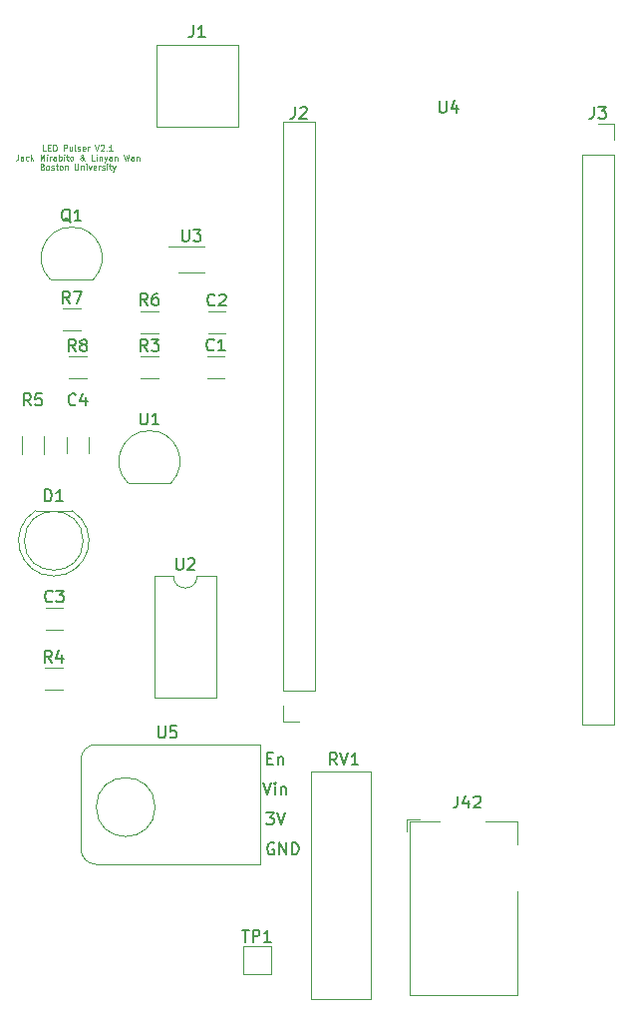
<source format=gbr>
%TF.GenerationSoftware,KiCad,Pcbnew,(6.0.7-1)-1*%
%TF.CreationDate,2022-09-12T11:25:08-04:00*%
%TF.ProjectId,LED_Pulser,4c45445f-5075-46c7-9365-722e6b696361,rev?*%
%TF.SameCoordinates,Original*%
%TF.FileFunction,Legend,Top*%
%TF.FilePolarity,Positive*%
%FSLAX46Y46*%
G04 Gerber Fmt 4.6, Leading zero omitted, Abs format (unit mm)*
G04 Created by KiCad (PCBNEW (6.0.7-1)-1) date 2022-09-12 11:25:08*
%MOMM*%
%LPD*%
G01*
G04 APERTURE LIST*
%ADD10C,0.125000*%
%ADD11C,0.150000*%
%ADD12C,0.120000*%
G04 APERTURE END LIST*
D10*
X88241523Y-87305190D02*
X88003428Y-87305190D01*
X88003428Y-86805190D01*
X88408190Y-87043285D02*
X88574857Y-87043285D01*
X88646285Y-87305190D02*
X88408190Y-87305190D01*
X88408190Y-86805190D01*
X88646285Y-86805190D01*
X88860571Y-87305190D02*
X88860571Y-86805190D01*
X88979619Y-86805190D01*
X89051047Y-86829000D01*
X89098666Y-86876619D01*
X89122476Y-86924238D01*
X89146285Y-87019476D01*
X89146285Y-87090904D01*
X89122476Y-87186142D01*
X89098666Y-87233761D01*
X89051047Y-87281380D01*
X88979619Y-87305190D01*
X88860571Y-87305190D01*
X89741523Y-87305190D02*
X89741523Y-86805190D01*
X89932000Y-86805190D01*
X89979619Y-86829000D01*
X90003428Y-86852809D01*
X90027238Y-86900428D01*
X90027238Y-86971857D01*
X90003428Y-87019476D01*
X89979619Y-87043285D01*
X89932000Y-87067095D01*
X89741523Y-87067095D01*
X90455809Y-86971857D02*
X90455809Y-87305190D01*
X90241523Y-86971857D02*
X90241523Y-87233761D01*
X90265333Y-87281380D01*
X90312952Y-87305190D01*
X90384380Y-87305190D01*
X90432000Y-87281380D01*
X90455809Y-87257571D01*
X90765333Y-87305190D02*
X90717714Y-87281380D01*
X90693904Y-87233761D01*
X90693904Y-86805190D01*
X90932000Y-87281380D02*
X90979619Y-87305190D01*
X91074857Y-87305190D01*
X91122476Y-87281380D01*
X91146285Y-87233761D01*
X91146285Y-87209952D01*
X91122476Y-87162333D01*
X91074857Y-87138523D01*
X91003428Y-87138523D01*
X90955809Y-87114714D01*
X90932000Y-87067095D01*
X90932000Y-87043285D01*
X90955809Y-86995666D01*
X91003428Y-86971857D01*
X91074857Y-86971857D01*
X91122476Y-86995666D01*
X91551047Y-87281380D02*
X91503428Y-87305190D01*
X91408190Y-87305190D01*
X91360571Y-87281380D01*
X91336761Y-87233761D01*
X91336761Y-87043285D01*
X91360571Y-86995666D01*
X91408190Y-86971857D01*
X91503428Y-86971857D01*
X91551047Y-86995666D01*
X91574857Y-87043285D01*
X91574857Y-87090904D01*
X91336761Y-87138523D01*
X91789142Y-87305190D02*
X91789142Y-86971857D01*
X91789142Y-87067095D02*
X91812952Y-87019476D01*
X91836761Y-86995666D01*
X91884380Y-86971857D01*
X91932000Y-86971857D01*
X92408190Y-86805190D02*
X92574857Y-87305190D01*
X92741523Y-86805190D01*
X92884380Y-86852809D02*
X92908190Y-86829000D01*
X92955809Y-86805190D01*
X93074857Y-86805190D01*
X93122476Y-86829000D01*
X93146285Y-86852809D01*
X93170095Y-86900428D01*
X93170095Y-86948047D01*
X93146285Y-87019476D01*
X92860571Y-87305190D01*
X93170095Y-87305190D01*
X93384380Y-87257571D02*
X93408190Y-87281380D01*
X93384380Y-87305190D01*
X93360571Y-87281380D01*
X93384380Y-87257571D01*
X93384380Y-87305190D01*
X93884380Y-87305190D02*
X93598666Y-87305190D01*
X93741523Y-87305190D02*
X93741523Y-86805190D01*
X93693904Y-86876619D01*
X93646285Y-86924238D01*
X93598666Y-86948047D01*
X85860571Y-87610190D02*
X85860571Y-87967333D01*
X85836761Y-88038761D01*
X85789142Y-88086380D01*
X85717714Y-88110190D01*
X85670095Y-88110190D01*
X86312952Y-88110190D02*
X86312952Y-87848285D01*
X86289142Y-87800666D01*
X86241523Y-87776857D01*
X86146285Y-87776857D01*
X86098666Y-87800666D01*
X86312952Y-88086380D02*
X86265333Y-88110190D01*
X86146285Y-88110190D01*
X86098666Y-88086380D01*
X86074857Y-88038761D01*
X86074857Y-87991142D01*
X86098666Y-87943523D01*
X86146285Y-87919714D01*
X86265333Y-87919714D01*
X86312952Y-87895904D01*
X86765333Y-88086380D02*
X86717714Y-88110190D01*
X86622476Y-88110190D01*
X86574857Y-88086380D01*
X86551047Y-88062571D01*
X86527238Y-88014952D01*
X86527238Y-87872095D01*
X86551047Y-87824476D01*
X86574857Y-87800666D01*
X86622476Y-87776857D01*
X86717714Y-87776857D01*
X86765333Y-87800666D01*
X86979619Y-88110190D02*
X86979619Y-87610190D01*
X87027238Y-87919714D02*
X87170095Y-88110190D01*
X87170095Y-87776857D02*
X86979619Y-87967333D01*
X87765333Y-88110190D02*
X87765333Y-87610190D01*
X87932000Y-87967333D01*
X88098666Y-87610190D01*
X88098666Y-88110190D01*
X88336761Y-88110190D02*
X88336761Y-87776857D01*
X88336761Y-87610190D02*
X88312952Y-87634000D01*
X88336761Y-87657809D01*
X88360571Y-87634000D01*
X88336761Y-87610190D01*
X88336761Y-87657809D01*
X88574857Y-88110190D02*
X88574857Y-87776857D01*
X88574857Y-87872095D02*
X88598666Y-87824476D01*
X88622476Y-87800666D01*
X88670095Y-87776857D01*
X88717714Y-87776857D01*
X89098666Y-88110190D02*
X89098666Y-87848285D01*
X89074857Y-87800666D01*
X89027238Y-87776857D01*
X88932000Y-87776857D01*
X88884380Y-87800666D01*
X89098666Y-88086380D02*
X89051047Y-88110190D01*
X88932000Y-88110190D01*
X88884380Y-88086380D01*
X88860571Y-88038761D01*
X88860571Y-87991142D01*
X88884380Y-87943523D01*
X88932000Y-87919714D01*
X89051047Y-87919714D01*
X89098666Y-87895904D01*
X89336761Y-88110190D02*
X89336761Y-87610190D01*
X89336761Y-87800666D02*
X89384380Y-87776857D01*
X89479619Y-87776857D01*
X89527238Y-87800666D01*
X89551047Y-87824476D01*
X89574857Y-87872095D01*
X89574857Y-88014952D01*
X89551047Y-88062571D01*
X89527238Y-88086380D01*
X89479619Y-88110190D01*
X89384380Y-88110190D01*
X89336761Y-88086380D01*
X89789142Y-88110190D02*
X89789142Y-87776857D01*
X89789142Y-87610190D02*
X89765333Y-87634000D01*
X89789142Y-87657809D01*
X89812952Y-87634000D01*
X89789142Y-87610190D01*
X89789142Y-87657809D01*
X89955809Y-87776857D02*
X90146285Y-87776857D01*
X90027238Y-87610190D02*
X90027238Y-88038761D01*
X90051047Y-88086380D01*
X90098666Y-88110190D01*
X90146285Y-88110190D01*
X90384380Y-88110190D02*
X90336761Y-88086380D01*
X90312952Y-88062571D01*
X90289142Y-88014952D01*
X90289142Y-87872095D01*
X90312952Y-87824476D01*
X90336761Y-87800666D01*
X90384380Y-87776857D01*
X90455809Y-87776857D01*
X90503428Y-87800666D01*
X90527238Y-87824476D01*
X90551047Y-87872095D01*
X90551047Y-88014952D01*
X90527238Y-88062571D01*
X90503428Y-88086380D01*
X90455809Y-88110190D01*
X90384380Y-88110190D01*
X91551047Y-88110190D02*
X91527238Y-88110190D01*
X91479619Y-88086380D01*
X91408190Y-88014952D01*
X91289142Y-87872095D01*
X91241523Y-87800666D01*
X91217714Y-87729238D01*
X91217714Y-87681619D01*
X91241523Y-87634000D01*
X91289142Y-87610190D01*
X91312952Y-87610190D01*
X91360571Y-87634000D01*
X91384380Y-87681619D01*
X91384380Y-87705428D01*
X91360571Y-87753047D01*
X91336761Y-87776857D01*
X91193904Y-87872095D01*
X91170095Y-87895904D01*
X91146285Y-87943523D01*
X91146285Y-88014952D01*
X91170095Y-88062571D01*
X91193904Y-88086380D01*
X91241523Y-88110190D01*
X91312952Y-88110190D01*
X91360571Y-88086380D01*
X91384380Y-88062571D01*
X91455809Y-87967333D01*
X91479619Y-87895904D01*
X91479619Y-87848285D01*
X92384380Y-88110190D02*
X92146285Y-88110190D01*
X92146285Y-87610190D01*
X92551047Y-88110190D02*
X92551047Y-87776857D01*
X92551047Y-87610190D02*
X92527238Y-87634000D01*
X92551047Y-87657809D01*
X92574857Y-87634000D01*
X92551047Y-87610190D01*
X92551047Y-87657809D01*
X92789142Y-87776857D02*
X92789142Y-88110190D01*
X92789142Y-87824476D02*
X92812952Y-87800666D01*
X92860571Y-87776857D01*
X92932000Y-87776857D01*
X92979619Y-87800666D01*
X93003428Y-87848285D01*
X93003428Y-88110190D01*
X93193904Y-87776857D02*
X93312952Y-88110190D01*
X93432000Y-87776857D02*
X93312952Y-88110190D01*
X93265333Y-88229238D01*
X93241523Y-88253047D01*
X93193904Y-88276857D01*
X93836761Y-88110190D02*
X93836761Y-87848285D01*
X93812952Y-87800666D01*
X93765333Y-87776857D01*
X93670095Y-87776857D01*
X93622476Y-87800666D01*
X93836761Y-88086380D02*
X93789142Y-88110190D01*
X93670095Y-88110190D01*
X93622476Y-88086380D01*
X93598666Y-88038761D01*
X93598666Y-87991142D01*
X93622476Y-87943523D01*
X93670095Y-87919714D01*
X93789142Y-87919714D01*
X93836761Y-87895904D01*
X94074857Y-87776857D02*
X94074857Y-88110190D01*
X94074857Y-87824476D02*
X94098666Y-87800666D01*
X94146285Y-87776857D01*
X94217714Y-87776857D01*
X94265333Y-87800666D01*
X94289142Y-87848285D01*
X94289142Y-88110190D01*
X94860571Y-87610190D02*
X94979619Y-88110190D01*
X95074857Y-87753047D01*
X95170095Y-88110190D01*
X95289142Y-87610190D01*
X95693904Y-88110190D02*
X95693904Y-87848285D01*
X95670095Y-87800666D01*
X95622476Y-87776857D01*
X95527238Y-87776857D01*
X95479619Y-87800666D01*
X95693904Y-88086380D02*
X95646285Y-88110190D01*
X95527238Y-88110190D01*
X95479619Y-88086380D01*
X95455809Y-88038761D01*
X95455809Y-87991142D01*
X95479619Y-87943523D01*
X95527238Y-87919714D01*
X95646285Y-87919714D01*
X95693904Y-87895904D01*
X95932000Y-87776857D02*
X95932000Y-88110190D01*
X95932000Y-87824476D02*
X95955809Y-87800666D01*
X96003428Y-87776857D01*
X96074857Y-87776857D01*
X96122476Y-87800666D01*
X96146285Y-87848285D01*
X96146285Y-88110190D01*
X87932000Y-88653285D02*
X88003428Y-88677095D01*
X88027238Y-88700904D01*
X88051047Y-88748523D01*
X88051047Y-88819952D01*
X88027238Y-88867571D01*
X88003428Y-88891380D01*
X87955809Y-88915190D01*
X87765333Y-88915190D01*
X87765333Y-88415190D01*
X87932000Y-88415190D01*
X87979619Y-88439000D01*
X88003428Y-88462809D01*
X88027238Y-88510428D01*
X88027238Y-88558047D01*
X88003428Y-88605666D01*
X87979619Y-88629476D01*
X87932000Y-88653285D01*
X87765333Y-88653285D01*
X88336761Y-88915190D02*
X88289142Y-88891380D01*
X88265333Y-88867571D01*
X88241523Y-88819952D01*
X88241523Y-88677095D01*
X88265333Y-88629476D01*
X88289142Y-88605666D01*
X88336761Y-88581857D01*
X88408190Y-88581857D01*
X88455809Y-88605666D01*
X88479619Y-88629476D01*
X88503428Y-88677095D01*
X88503428Y-88819952D01*
X88479619Y-88867571D01*
X88455809Y-88891380D01*
X88408190Y-88915190D01*
X88336761Y-88915190D01*
X88693904Y-88891380D02*
X88741523Y-88915190D01*
X88836761Y-88915190D01*
X88884380Y-88891380D01*
X88908190Y-88843761D01*
X88908190Y-88819952D01*
X88884380Y-88772333D01*
X88836761Y-88748523D01*
X88765333Y-88748523D01*
X88717714Y-88724714D01*
X88693904Y-88677095D01*
X88693904Y-88653285D01*
X88717714Y-88605666D01*
X88765333Y-88581857D01*
X88836761Y-88581857D01*
X88884380Y-88605666D01*
X89051047Y-88581857D02*
X89241523Y-88581857D01*
X89122476Y-88415190D02*
X89122476Y-88843761D01*
X89146285Y-88891380D01*
X89193904Y-88915190D01*
X89241523Y-88915190D01*
X89479619Y-88915190D02*
X89432000Y-88891380D01*
X89408190Y-88867571D01*
X89384380Y-88819952D01*
X89384380Y-88677095D01*
X89408190Y-88629476D01*
X89432000Y-88605666D01*
X89479619Y-88581857D01*
X89551047Y-88581857D01*
X89598666Y-88605666D01*
X89622476Y-88629476D01*
X89646285Y-88677095D01*
X89646285Y-88819952D01*
X89622476Y-88867571D01*
X89598666Y-88891380D01*
X89551047Y-88915190D01*
X89479619Y-88915190D01*
X89860571Y-88581857D02*
X89860571Y-88915190D01*
X89860571Y-88629476D02*
X89884380Y-88605666D01*
X89932000Y-88581857D01*
X90003428Y-88581857D01*
X90051047Y-88605666D01*
X90074857Y-88653285D01*
X90074857Y-88915190D01*
X90693904Y-88415190D02*
X90693904Y-88819952D01*
X90717714Y-88867571D01*
X90741523Y-88891380D01*
X90789142Y-88915190D01*
X90884380Y-88915190D01*
X90932000Y-88891380D01*
X90955809Y-88867571D01*
X90979619Y-88819952D01*
X90979619Y-88415190D01*
X91217714Y-88581857D02*
X91217714Y-88915190D01*
X91217714Y-88629476D02*
X91241523Y-88605666D01*
X91289142Y-88581857D01*
X91360571Y-88581857D01*
X91408190Y-88605666D01*
X91432000Y-88653285D01*
X91432000Y-88915190D01*
X91670095Y-88915190D02*
X91670095Y-88581857D01*
X91670095Y-88415190D02*
X91646285Y-88439000D01*
X91670095Y-88462809D01*
X91693904Y-88439000D01*
X91670095Y-88415190D01*
X91670095Y-88462809D01*
X91860571Y-88581857D02*
X91979619Y-88915190D01*
X92098666Y-88581857D01*
X92479619Y-88891380D02*
X92432000Y-88915190D01*
X92336761Y-88915190D01*
X92289142Y-88891380D01*
X92265333Y-88843761D01*
X92265333Y-88653285D01*
X92289142Y-88605666D01*
X92336761Y-88581857D01*
X92432000Y-88581857D01*
X92479619Y-88605666D01*
X92503428Y-88653285D01*
X92503428Y-88700904D01*
X92265333Y-88748523D01*
X92717714Y-88915190D02*
X92717714Y-88581857D01*
X92717714Y-88677095D02*
X92741523Y-88629476D01*
X92765333Y-88605666D01*
X92812952Y-88581857D01*
X92860571Y-88581857D01*
X93003428Y-88891380D02*
X93051047Y-88915190D01*
X93146285Y-88915190D01*
X93193904Y-88891380D01*
X93217714Y-88843761D01*
X93217714Y-88819952D01*
X93193904Y-88772333D01*
X93146285Y-88748523D01*
X93074857Y-88748523D01*
X93027238Y-88724714D01*
X93003428Y-88677095D01*
X93003428Y-88653285D01*
X93027238Y-88605666D01*
X93074857Y-88581857D01*
X93146285Y-88581857D01*
X93193904Y-88605666D01*
X93432000Y-88915190D02*
X93432000Y-88581857D01*
X93432000Y-88415190D02*
X93408190Y-88439000D01*
X93432000Y-88462809D01*
X93455809Y-88439000D01*
X93432000Y-88415190D01*
X93432000Y-88462809D01*
X93598666Y-88581857D02*
X93789142Y-88581857D01*
X93670095Y-88415190D02*
X93670095Y-88843761D01*
X93693904Y-88891380D01*
X93741523Y-88915190D01*
X93789142Y-88915190D01*
X93908190Y-88581857D02*
X94027238Y-88915190D01*
X94146285Y-88581857D02*
X94027238Y-88915190D01*
X93979619Y-89034238D01*
X93955809Y-89058047D01*
X93908190Y-89081857D01*
D11*
%TO.C,R5*%
X86955333Y-108910380D02*
X86622000Y-108434190D01*
X86383904Y-108910380D02*
X86383904Y-107910380D01*
X86764857Y-107910380D01*
X86860095Y-107958000D01*
X86907714Y-108005619D01*
X86955333Y-108100857D01*
X86955333Y-108243714D01*
X86907714Y-108338952D01*
X86860095Y-108386571D01*
X86764857Y-108434190D01*
X86383904Y-108434190D01*
X87860095Y-107910380D02*
X87383904Y-107910380D01*
X87336285Y-108386571D01*
X87383904Y-108338952D01*
X87479142Y-108291333D01*
X87717238Y-108291333D01*
X87812476Y-108338952D01*
X87860095Y-108386571D01*
X87907714Y-108481809D01*
X87907714Y-108719904D01*
X87860095Y-108815142D01*
X87812476Y-108862761D01*
X87717238Y-108910380D01*
X87479142Y-108910380D01*
X87383904Y-108862761D01*
X87336285Y-108815142D01*
%TO.C,R6*%
X96861333Y-100401380D02*
X96528000Y-99925190D01*
X96289904Y-100401380D02*
X96289904Y-99401380D01*
X96670857Y-99401380D01*
X96766095Y-99449000D01*
X96813714Y-99496619D01*
X96861333Y-99591857D01*
X96861333Y-99734714D01*
X96813714Y-99829952D01*
X96766095Y-99877571D01*
X96670857Y-99925190D01*
X96289904Y-99925190D01*
X97718476Y-99401380D02*
X97528000Y-99401380D01*
X97432761Y-99449000D01*
X97385142Y-99496619D01*
X97289904Y-99639476D01*
X97242285Y-99829952D01*
X97242285Y-100210904D01*
X97289904Y-100306142D01*
X97337523Y-100353761D01*
X97432761Y-100401380D01*
X97623238Y-100401380D01*
X97718476Y-100353761D01*
X97766095Y-100306142D01*
X97813714Y-100210904D01*
X97813714Y-99972809D01*
X97766095Y-99877571D01*
X97718476Y-99829952D01*
X97623238Y-99782333D01*
X97432761Y-99782333D01*
X97337523Y-99829952D01*
X97289904Y-99877571D01*
X97242285Y-99972809D01*
%TO.C,D1*%
X88161904Y-117038380D02*
X88161904Y-116038380D01*
X88400000Y-116038380D01*
X88542857Y-116086000D01*
X88638095Y-116181238D01*
X88685714Y-116276476D01*
X88733333Y-116466952D01*
X88733333Y-116609809D01*
X88685714Y-116800285D01*
X88638095Y-116895523D01*
X88542857Y-116990761D01*
X88400000Y-117038380D01*
X88161904Y-117038380D01*
X89685714Y-117038380D02*
X89114285Y-117038380D01*
X89400000Y-117038380D02*
X89400000Y-116038380D01*
X89304761Y-116181238D01*
X89209523Y-116276476D01*
X89114285Y-116324095D01*
%TO.C,J2*%
X109394666Y-83570380D02*
X109394666Y-84284666D01*
X109347047Y-84427523D01*
X109251809Y-84522761D01*
X109108952Y-84570380D01*
X109013714Y-84570380D01*
X109823238Y-83665619D02*
X109870857Y-83618000D01*
X109966095Y-83570380D01*
X110204190Y-83570380D01*
X110299428Y-83618000D01*
X110347047Y-83665619D01*
X110394666Y-83760857D01*
X110394666Y-83856095D01*
X110347047Y-83998952D01*
X109775619Y-84570380D01*
X110394666Y-84570380D01*
%TO.C,U4*%
X121666095Y-83062380D02*
X121666095Y-83871904D01*
X121713714Y-83967142D01*
X121761333Y-84014761D01*
X121856571Y-84062380D01*
X122047047Y-84062380D01*
X122142285Y-84014761D01*
X122189904Y-83967142D01*
X122237523Y-83871904D01*
X122237523Y-83062380D01*
X123142285Y-83395714D02*
X123142285Y-84062380D01*
X122904190Y-83014761D02*
X122666095Y-83729047D01*
X123285142Y-83729047D01*
%TO.C,C3*%
X88782333Y-125507142D02*
X88734714Y-125554761D01*
X88591857Y-125602380D01*
X88496619Y-125602380D01*
X88353761Y-125554761D01*
X88258523Y-125459523D01*
X88210904Y-125364285D01*
X88163285Y-125173809D01*
X88163285Y-125030952D01*
X88210904Y-124840476D01*
X88258523Y-124745238D01*
X88353761Y-124650000D01*
X88496619Y-124602380D01*
X88591857Y-124602380D01*
X88734714Y-124650000D01*
X88782333Y-124697619D01*
X89115666Y-124602380D02*
X89734714Y-124602380D01*
X89401380Y-124983333D01*
X89544238Y-124983333D01*
X89639476Y-125030952D01*
X89687095Y-125078571D01*
X89734714Y-125173809D01*
X89734714Y-125411904D01*
X89687095Y-125507142D01*
X89639476Y-125554761D01*
X89544238Y-125602380D01*
X89258523Y-125602380D01*
X89163285Y-125554761D01*
X89115666Y-125507142D01*
%TO.C,J3*%
X134794666Y-83570380D02*
X134794666Y-84284666D01*
X134747047Y-84427523D01*
X134651809Y-84522761D01*
X134508952Y-84570380D01*
X134413714Y-84570380D01*
X135175619Y-83570380D02*
X135794666Y-83570380D01*
X135461333Y-83951333D01*
X135604190Y-83951333D01*
X135699428Y-83998952D01*
X135747047Y-84046571D01*
X135794666Y-84141809D01*
X135794666Y-84379904D01*
X135747047Y-84475142D01*
X135699428Y-84522761D01*
X135604190Y-84570380D01*
X135318476Y-84570380D01*
X135223238Y-84522761D01*
X135175619Y-84475142D01*
%TO.C,U2*%
X99314095Y-121846380D02*
X99314095Y-122655904D01*
X99361714Y-122751142D01*
X99409333Y-122798761D01*
X99504571Y-122846380D01*
X99695047Y-122846380D01*
X99790285Y-122798761D01*
X99837904Y-122751142D01*
X99885523Y-122655904D01*
X99885523Y-121846380D01*
X100314095Y-121941619D02*
X100361714Y-121894000D01*
X100456952Y-121846380D01*
X100695047Y-121846380D01*
X100790285Y-121894000D01*
X100837904Y-121941619D01*
X100885523Y-122036857D01*
X100885523Y-122132095D01*
X100837904Y-122274952D01*
X100266476Y-122846380D01*
X100885523Y-122846380D01*
%TO.C,R4*%
X88733333Y-130712380D02*
X88400000Y-130236190D01*
X88161904Y-130712380D02*
X88161904Y-129712380D01*
X88542857Y-129712380D01*
X88638095Y-129760000D01*
X88685714Y-129807619D01*
X88733333Y-129902857D01*
X88733333Y-130045714D01*
X88685714Y-130140952D01*
X88638095Y-130188571D01*
X88542857Y-130236190D01*
X88161904Y-130236190D01*
X89590476Y-130045714D02*
X89590476Y-130712380D01*
X89352380Y-129664761D02*
X89114285Y-130379047D01*
X89733333Y-130379047D01*
%TO.C,TP1*%
X104910095Y-153410380D02*
X105481523Y-153410380D01*
X105195809Y-154410380D02*
X105195809Y-153410380D01*
X105814857Y-154410380D02*
X105814857Y-153410380D01*
X106195809Y-153410380D01*
X106291047Y-153458000D01*
X106338666Y-153505619D01*
X106386285Y-153600857D01*
X106386285Y-153743714D01*
X106338666Y-153838952D01*
X106291047Y-153886571D01*
X106195809Y-153934190D01*
X105814857Y-153934190D01*
X107338666Y-154410380D02*
X106767238Y-154410380D01*
X107052952Y-154410380D02*
X107052952Y-153410380D01*
X106957714Y-153553238D01*
X106862476Y-153648476D01*
X106767238Y-153696095D01*
%TO.C,U1*%
X96266095Y-109536380D02*
X96266095Y-110345904D01*
X96313714Y-110441142D01*
X96361333Y-110488761D01*
X96456571Y-110536380D01*
X96647047Y-110536380D01*
X96742285Y-110488761D01*
X96789904Y-110441142D01*
X96837523Y-110345904D01*
X96837523Y-109536380D01*
X97837523Y-110536380D02*
X97266095Y-110536380D01*
X97551809Y-110536380D02*
X97551809Y-109536380D01*
X97456571Y-109679238D01*
X97361333Y-109774476D01*
X97266095Y-109822095D01*
%TO.C,U5*%
X97790095Y-136104380D02*
X97790095Y-136913904D01*
X97837714Y-137009142D01*
X97885333Y-137056761D01*
X97980571Y-137104380D01*
X98171047Y-137104380D01*
X98266285Y-137056761D01*
X98313904Y-137009142D01*
X98361523Y-136913904D01*
X98361523Y-136104380D01*
X99313904Y-136104380D02*
X98837714Y-136104380D01*
X98790095Y-136580571D01*
X98837714Y-136532952D01*
X98932952Y-136485333D01*
X99171047Y-136485333D01*
X99266285Y-136532952D01*
X99313904Y-136580571D01*
X99361523Y-136675809D01*
X99361523Y-136913904D01*
X99313904Y-137009142D01*
X99266285Y-137056761D01*
X99171047Y-137104380D01*
X98932952Y-137104380D01*
X98837714Y-137056761D01*
X98790095Y-137009142D01*
X106702190Y-140930380D02*
X107035523Y-141930380D01*
X107368857Y-140930380D01*
X107702190Y-141930380D02*
X107702190Y-141263714D01*
X107702190Y-140930380D02*
X107654571Y-140978000D01*
X107702190Y-141025619D01*
X107749809Y-140978000D01*
X107702190Y-140930380D01*
X107702190Y-141025619D01*
X108178380Y-141263714D02*
X108178380Y-141930380D01*
X108178380Y-141358952D02*
X108226000Y-141311333D01*
X108321238Y-141263714D01*
X108464095Y-141263714D01*
X108559333Y-141311333D01*
X108606952Y-141406571D01*
X108606952Y-141930380D01*
X107059333Y-138866571D02*
X107392666Y-138866571D01*
X107535523Y-139390380D02*
X107059333Y-139390380D01*
X107059333Y-138390380D01*
X107535523Y-138390380D01*
X107964095Y-138723714D02*
X107964095Y-139390380D01*
X107964095Y-138818952D02*
X108011714Y-138771333D01*
X108106952Y-138723714D01*
X108249809Y-138723714D01*
X108345047Y-138771333D01*
X108392666Y-138866571D01*
X108392666Y-139390380D01*
X106964095Y-143470380D02*
X107583142Y-143470380D01*
X107249809Y-143851333D01*
X107392666Y-143851333D01*
X107487904Y-143898952D01*
X107535523Y-143946571D01*
X107583142Y-144041809D01*
X107583142Y-144279904D01*
X107535523Y-144375142D01*
X107487904Y-144422761D01*
X107392666Y-144470380D01*
X107106952Y-144470380D01*
X107011714Y-144422761D01*
X106964095Y-144375142D01*
X107868857Y-143470380D02*
X108202190Y-144470380D01*
X108535523Y-143470380D01*
X107599095Y-146058000D02*
X107503857Y-146010380D01*
X107361000Y-146010380D01*
X107218142Y-146058000D01*
X107122904Y-146153238D01*
X107075285Y-146248476D01*
X107027666Y-146438952D01*
X107027666Y-146581809D01*
X107075285Y-146772285D01*
X107122904Y-146867523D01*
X107218142Y-146962761D01*
X107361000Y-147010380D01*
X107456238Y-147010380D01*
X107599095Y-146962761D01*
X107646714Y-146915142D01*
X107646714Y-146581809D01*
X107456238Y-146581809D01*
X108075285Y-147010380D02*
X108075285Y-146010380D01*
X108646714Y-147010380D01*
X108646714Y-146010380D01*
X109122904Y-147010380D02*
X109122904Y-146010380D01*
X109361000Y-146010380D01*
X109503857Y-146058000D01*
X109599095Y-146153238D01*
X109646714Y-146248476D01*
X109694333Y-146438952D01*
X109694333Y-146581809D01*
X109646714Y-146772285D01*
X109599095Y-146867523D01*
X109503857Y-146962761D01*
X109361000Y-147010380D01*
X109122904Y-147010380D01*
%TO.C,R3*%
X96861333Y-104296380D02*
X96528000Y-103820190D01*
X96289904Y-104296380D02*
X96289904Y-103296380D01*
X96670857Y-103296380D01*
X96766095Y-103344000D01*
X96813714Y-103391619D01*
X96861333Y-103486857D01*
X96861333Y-103629714D01*
X96813714Y-103724952D01*
X96766095Y-103772571D01*
X96670857Y-103820190D01*
X96289904Y-103820190D01*
X97194666Y-103296380D02*
X97813714Y-103296380D01*
X97480380Y-103677333D01*
X97623238Y-103677333D01*
X97718476Y-103724952D01*
X97766095Y-103772571D01*
X97813714Y-103867809D01*
X97813714Y-104105904D01*
X97766095Y-104201142D01*
X97718476Y-104248761D01*
X97623238Y-104296380D01*
X97337523Y-104296380D01*
X97242285Y-104248761D01*
X97194666Y-104201142D01*
%TO.C,J42*%
X123200976Y-142042380D02*
X123200976Y-142756666D01*
X123153357Y-142899523D01*
X123058119Y-142994761D01*
X122915261Y-143042380D01*
X122820023Y-143042380D01*
X124105738Y-142375714D02*
X124105738Y-143042380D01*
X123867642Y-141994761D02*
X123629547Y-142709047D01*
X124248595Y-142709047D01*
X124581928Y-142137619D02*
X124629547Y-142090000D01*
X124724785Y-142042380D01*
X124962880Y-142042380D01*
X125058119Y-142090000D01*
X125105738Y-142137619D01*
X125153357Y-142232857D01*
X125153357Y-142328095D01*
X125105738Y-142470952D01*
X124534309Y-143042380D01*
X125153357Y-143042380D01*
%TO.C,RV1*%
X112942761Y-139390380D02*
X112609428Y-138914190D01*
X112371333Y-139390380D02*
X112371333Y-138390380D01*
X112752285Y-138390380D01*
X112847523Y-138438000D01*
X112895142Y-138485619D01*
X112942761Y-138580857D01*
X112942761Y-138723714D01*
X112895142Y-138818952D01*
X112847523Y-138866571D01*
X112752285Y-138914190D01*
X112371333Y-138914190D01*
X113228476Y-138390380D02*
X113561809Y-139390380D01*
X113895142Y-138390380D01*
X114752285Y-139390380D02*
X114180857Y-139390380D01*
X114466571Y-139390380D02*
X114466571Y-138390380D01*
X114371333Y-138533238D01*
X114276095Y-138628476D01*
X114180857Y-138676095D01*
%TO.C,U3*%
X99822095Y-93972380D02*
X99822095Y-94781904D01*
X99869714Y-94877142D01*
X99917333Y-94924761D01*
X100012571Y-94972380D01*
X100203047Y-94972380D01*
X100298285Y-94924761D01*
X100345904Y-94877142D01*
X100393523Y-94781904D01*
X100393523Y-93972380D01*
X100774476Y-93972380D02*
X101393523Y-93972380D01*
X101060190Y-94353333D01*
X101203047Y-94353333D01*
X101298285Y-94400952D01*
X101345904Y-94448571D01*
X101393523Y-94543809D01*
X101393523Y-94781904D01*
X101345904Y-94877142D01*
X101298285Y-94924761D01*
X101203047Y-94972380D01*
X100917333Y-94972380D01*
X100822095Y-94924761D01*
X100774476Y-94877142D01*
%TO.C,Q1*%
X90328761Y-93359619D02*
X90233523Y-93312000D01*
X90138285Y-93216761D01*
X89995428Y-93073904D01*
X89900190Y-93026285D01*
X89804952Y-93026285D01*
X89852571Y-93264380D02*
X89757333Y-93216761D01*
X89662095Y-93121523D01*
X89614476Y-92931047D01*
X89614476Y-92597714D01*
X89662095Y-92407238D01*
X89757333Y-92312000D01*
X89852571Y-92264380D01*
X90043047Y-92264380D01*
X90138285Y-92312000D01*
X90233523Y-92407238D01*
X90281142Y-92597714D01*
X90281142Y-92931047D01*
X90233523Y-93121523D01*
X90138285Y-93216761D01*
X90043047Y-93264380D01*
X89852571Y-93264380D01*
X91233523Y-93264380D02*
X90662095Y-93264380D01*
X90947809Y-93264380D02*
X90947809Y-92264380D01*
X90852571Y-92407238D01*
X90757333Y-92502476D01*
X90662095Y-92550095D01*
%TO.C,R7*%
X90257333Y-100232380D02*
X89924000Y-99756190D01*
X89685904Y-100232380D02*
X89685904Y-99232380D01*
X90066857Y-99232380D01*
X90162095Y-99280000D01*
X90209714Y-99327619D01*
X90257333Y-99422857D01*
X90257333Y-99565714D01*
X90209714Y-99660952D01*
X90162095Y-99708571D01*
X90066857Y-99756190D01*
X89685904Y-99756190D01*
X90590666Y-99232380D02*
X91257333Y-99232380D01*
X90828761Y-100232380D01*
%TO.C,C1*%
X102498333Y-104171142D02*
X102450714Y-104218761D01*
X102307857Y-104266380D01*
X102212619Y-104266380D01*
X102069761Y-104218761D01*
X101974523Y-104123523D01*
X101926904Y-104028285D01*
X101879285Y-103837809D01*
X101879285Y-103694952D01*
X101926904Y-103504476D01*
X101974523Y-103409238D01*
X102069761Y-103314000D01*
X102212619Y-103266380D01*
X102307857Y-103266380D01*
X102450714Y-103314000D01*
X102498333Y-103361619D01*
X103450714Y-104266380D02*
X102879285Y-104266380D01*
X103165000Y-104266380D02*
X103165000Y-103266380D01*
X103069761Y-103409238D01*
X102974523Y-103504476D01*
X102879285Y-103552095D01*
%TO.C,C4*%
X90765333Y-108815142D02*
X90717714Y-108862761D01*
X90574857Y-108910380D01*
X90479619Y-108910380D01*
X90336761Y-108862761D01*
X90241523Y-108767523D01*
X90193904Y-108672285D01*
X90146285Y-108481809D01*
X90146285Y-108338952D01*
X90193904Y-108148476D01*
X90241523Y-108053238D01*
X90336761Y-107958000D01*
X90479619Y-107910380D01*
X90574857Y-107910380D01*
X90717714Y-107958000D01*
X90765333Y-108005619D01*
X91622476Y-108243714D02*
X91622476Y-108910380D01*
X91384380Y-107862761D02*
X91146285Y-108577047D01*
X91765333Y-108577047D01*
%TO.C,R8*%
X90765333Y-104296380D02*
X90432000Y-103820190D01*
X90193904Y-104296380D02*
X90193904Y-103296380D01*
X90574857Y-103296380D01*
X90670095Y-103344000D01*
X90717714Y-103391619D01*
X90765333Y-103486857D01*
X90765333Y-103629714D01*
X90717714Y-103724952D01*
X90670095Y-103772571D01*
X90574857Y-103820190D01*
X90193904Y-103820190D01*
X91336761Y-103724952D02*
X91241523Y-103677333D01*
X91193904Y-103629714D01*
X91146285Y-103534476D01*
X91146285Y-103486857D01*
X91193904Y-103391619D01*
X91241523Y-103344000D01*
X91336761Y-103296380D01*
X91527238Y-103296380D01*
X91622476Y-103344000D01*
X91670095Y-103391619D01*
X91717714Y-103486857D01*
X91717714Y-103534476D01*
X91670095Y-103629714D01*
X91622476Y-103677333D01*
X91527238Y-103724952D01*
X91336761Y-103724952D01*
X91241523Y-103772571D01*
X91193904Y-103820190D01*
X91146285Y-103915428D01*
X91146285Y-104105904D01*
X91193904Y-104201142D01*
X91241523Y-104248761D01*
X91336761Y-104296380D01*
X91527238Y-104296380D01*
X91622476Y-104248761D01*
X91670095Y-104201142D01*
X91717714Y-104105904D01*
X91717714Y-103915428D01*
X91670095Y-103820190D01*
X91622476Y-103772571D01*
X91527238Y-103724952D01*
%TO.C,J1*%
X100758666Y-76668380D02*
X100758666Y-77382666D01*
X100711047Y-77525523D01*
X100615809Y-77620761D01*
X100472952Y-77668380D01*
X100377714Y-77668380D01*
X101758666Y-77668380D02*
X101187238Y-77668380D01*
X101472952Y-77668380D02*
X101472952Y-76668380D01*
X101377714Y-76811238D01*
X101282476Y-76906476D01*
X101187238Y-76954095D01*
%TO.C,C2*%
X102576333Y-100361142D02*
X102528714Y-100408761D01*
X102385857Y-100456380D01*
X102290619Y-100456380D01*
X102147761Y-100408761D01*
X102052523Y-100313523D01*
X102004904Y-100218285D01*
X101957285Y-100027809D01*
X101957285Y-99884952D01*
X102004904Y-99694476D01*
X102052523Y-99599238D01*
X102147761Y-99504000D01*
X102290619Y-99456380D01*
X102385857Y-99456380D01*
X102528714Y-99504000D01*
X102576333Y-99551619D01*
X102957285Y-99551619D02*
X103004904Y-99504000D01*
X103100142Y-99456380D01*
X103338238Y-99456380D01*
X103433476Y-99504000D01*
X103481095Y-99551619D01*
X103528714Y-99646857D01*
X103528714Y-99742095D01*
X103481095Y-99884952D01*
X102909666Y-100456380D01*
X103528714Y-100456380D01*
D12*
%TO.C,R5*%
X86212000Y-112995064D02*
X86212000Y-111540936D01*
X88032000Y-112995064D02*
X88032000Y-111540936D01*
%TO.C,R6*%
X96300936Y-100944000D02*
X97755064Y-100944000D01*
X96300936Y-102764000D02*
X97755064Y-102764000D01*
%TO.C,D1*%
X90445000Y-117831000D02*
X87355000Y-117831000D01*
X87355170Y-117831000D02*
G75*
G03*
X88900462Y-123381000I1544830J-2560000D01*
G01*
X88899538Y-123381000D02*
G75*
G03*
X90444830Y-117831000I462J2990000D01*
G01*
X91400000Y-120391000D02*
G75*
G03*
X91400000Y-120391000I-2500000J0D01*
G01*
%TO.C,J2*%
X108398000Y-135740000D02*
X108398000Y-134410000D01*
X111058000Y-84820000D02*
X108398000Y-84820000D01*
X111058000Y-133140000D02*
X111058000Y-84820000D01*
X111058000Y-133140000D02*
X108398000Y-133140000D01*
X109728000Y-135740000D02*
X108398000Y-135740000D01*
X108398000Y-133140000D02*
X108398000Y-84820000D01*
%TO.C,C3*%
X88237748Y-126090000D02*
X89660252Y-126090000D01*
X88237748Y-127910000D02*
X89660252Y-127910000D01*
%TO.C,J3*%
X135128000Y-85030000D02*
X136458000Y-85030000D01*
X133798000Y-87630000D02*
X136458000Y-87630000D01*
X133798000Y-135950000D02*
X136458000Y-135950000D01*
X136458000Y-87630000D02*
X136458000Y-135950000D01*
X133798000Y-87630000D02*
X133798000Y-135950000D01*
X136458000Y-85030000D02*
X136458000Y-86360000D01*
%TO.C,U2*%
X99076000Y-123394000D02*
X97426000Y-123394000D01*
X97426000Y-133674000D02*
X102726000Y-133674000D01*
X102726000Y-123394000D02*
X101076000Y-123394000D01*
X97426000Y-123394000D02*
X97426000Y-133674000D01*
X102726000Y-133674000D02*
X102726000Y-123394000D01*
X99076000Y-123394000D02*
G75*
G03*
X101076000Y-123394000I1000000J0D01*
G01*
%TO.C,R4*%
X88172936Y-132990000D02*
X89627064Y-132990000D01*
X88172936Y-131170000D02*
X89627064Y-131170000D01*
%TO.C,TP1*%
X107372000Y-154756000D02*
X107372000Y-157156000D01*
X104972000Y-157156000D02*
X104972000Y-154756000D01*
X107372000Y-157156000D02*
X104972000Y-157156000D01*
X104972000Y-154756000D02*
X107372000Y-154756000D01*
%TO.C,U1*%
X95228000Y-115494000D02*
X98828000Y-115494000D01*
X98866478Y-115482478D02*
G75*
G03*
X97028000Y-111044000I-1838478J1838478D01*
G01*
X97028000Y-111043999D02*
G75*
G03*
X95189522Y-115482478I0J-2600001D01*
G01*
%TO.C,U5*%
X106456000Y-137668000D02*
X92486000Y-137668000D01*
X106456000Y-147828000D02*
X106456000Y-137668000D01*
X91216000Y-138938000D02*
X91216000Y-146558000D01*
X106456000Y-147828000D02*
X92486000Y-147828000D01*
X91216000Y-146558000D02*
G75*
G03*
X92486000Y-147828000I1269999J-1D01*
G01*
X92486000Y-137668000D02*
G75*
G03*
X91216000Y-138938000I0J-1270000D01*
G01*
X97506000Y-142978000D02*
G75*
G03*
X97506000Y-142978000I-2500000J0D01*
G01*
%TO.C,R3*%
X96300936Y-106574000D02*
X97755064Y-106574000D01*
X96300936Y-104754000D02*
X97755064Y-104754000D01*
%TO.C,J42*%
X125598000Y-144230000D02*
X128298000Y-144230000D01*
X118898000Y-145080000D02*
X118898000Y-144030000D01*
X119098000Y-144230000D02*
X121698000Y-144230000D01*
X128298000Y-144230000D02*
X128298000Y-146130000D01*
X119098000Y-158930000D02*
X119098000Y-144230000D01*
X128298000Y-150130000D02*
X128298000Y-158930000D01*
X119948000Y-144030000D02*
X118898000Y-144030000D01*
X128298000Y-158930000D02*
X119098000Y-158930000D01*
%TO.C,RV1*%
X110749000Y-139960500D02*
X115819000Y-139960500D01*
X115819000Y-159250500D02*
X115819000Y-139960500D01*
X110749000Y-159250500D02*
X115819000Y-159250500D01*
X111985000Y-159251500D02*
X114584000Y-159251500D01*
X110749000Y-159250500D02*
X110749000Y-139960500D01*
%TO.C,U3*%
X101684000Y-95420000D02*
X98684000Y-95420000D01*
X101684000Y-97620000D02*
X99484000Y-97620000D01*
%TO.C,Q1*%
X88624000Y-98222000D02*
X92224000Y-98222000D01*
X90424000Y-93771999D02*
G75*
G03*
X88585522Y-98210478I0J-2600001D01*
G01*
X92262478Y-98210478D02*
G75*
G03*
X90424000Y-93772000I-1838478J1838478D01*
G01*
%TO.C,R7*%
X89696936Y-100690000D02*
X91151064Y-100690000D01*
X89696936Y-102510000D02*
X91151064Y-102510000D01*
%TO.C,C1*%
X101953748Y-104754000D02*
X103376252Y-104754000D01*
X101953748Y-106574000D02*
X103376252Y-106574000D01*
%TO.C,C4*%
X90022000Y-111556748D02*
X90022000Y-112979252D01*
X91842000Y-111556748D02*
X91842000Y-112979252D01*
%TO.C,R8*%
X90204936Y-104754000D02*
X91659064Y-104754000D01*
X90204936Y-106574000D02*
X91659064Y-106574000D01*
%TO.C,J1*%
X104597200Y-78282800D02*
X104597200Y-85293200D01*
X97586800Y-85293200D02*
X97586800Y-78282800D01*
X97586800Y-78282800D02*
X104597200Y-78282800D01*
X104597200Y-85293200D02*
X97586800Y-85293200D01*
%TO.C,C2*%
X102031748Y-102764000D02*
X103454252Y-102764000D01*
X102031748Y-100944000D02*
X103454252Y-100944000D01*
%TD*%
M02*

</source>
